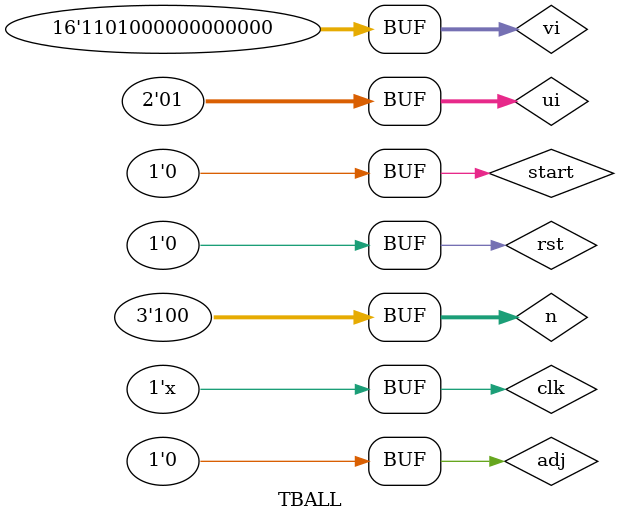
<source format=v>
`timescale 1ns/1ns

module TBALL();

	reg clk = 1'b0, rst = 1'b1, adj, start, infreq;
	reg [15:0] vi;
	reg [1:0] ui;
	reg [2:0] n;

	wire [20:0] exp_out;

	integrated integ(clk, rst, adj, infreq, start, vi, ui, n, exp_out);

	always #5 clk = ~clk;

	initial begin
		#100 ui = 2'b10;
		#100 vi = 16'b1100000000000000;
		#100 start = 1'b1;
		#100 start = 1'b0;
		
		#5000 ui = 2'b01;
		#100 vi = 16'b1101000000000000;
		#100 start = 1'b1;
		#100 start = 1'b0;
	
		#100 n = 3'b010;
		#100 rst = 1'b1;
		#100 rst = 1'b0;
	
		#100 adj = 1'b0;
		#100 adj = 1'b1;
		#100 adj = 1'b0;
		
		#5000 n = 3'b011;
	
		#100 adj = 1'b0;
		#100 adj = 1'b1;
		#100 adj = 1'b0;
		
		#5000 n = 3'b100;
	
		#100 adj = 1'b0;
		#100 adj = 1'b1;
		#100 adj = 1'b0;
		
		
	end

endmodule
</source>
